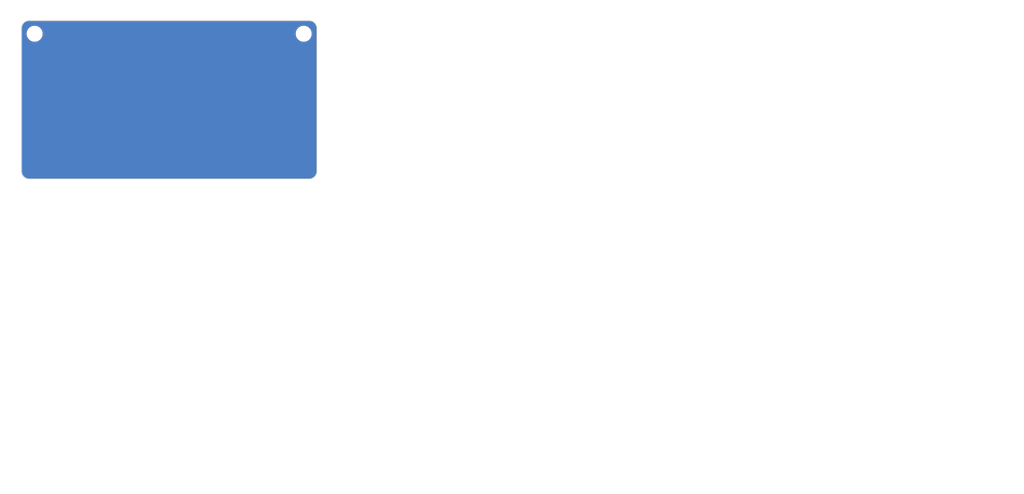
<source format=kicad_pcb>
(kicad_pcb (version 20221018) (generator pcbnew)
  (layers (0 "F.Cu" signal) (31 "B.Cu" signal) (34 "B.Paste" user) (35 "F.Paste" user) (36 "B.SilkS" user "B.Silkscreen") (37 "F.SilkS" user "F.Silkscreen") (38 "B.Mask" user) (39 "F.Mask" user) (44 "Edge.Cuts" user))
  (net 0 "")
  (footprint "MountingHole:MountingHole_2.2mm_M2" (layer "F.Cu") (at 85.775 31.2)
    (fp_text reference "H7" hide)
    (fp_text value "M2")
    (pad "" np_thru_hole circle locked (at 0 0) (size 2.2 2.2) (drill 2.2) (layers "*.Cu" "*.Mask"))
  )
  (footprint "MountingHole:MountingHole_2.2mm_M2" (layer "F.Cu") (at 40.661 31.2)
    (fp_text reference "H6" hide)
    (fp_text value "M2")
    (pad "" np_thru_hole circle locked (at 0 0) (size 2.2 2.2) (drill 2.2) (layers "*.Cu" "*.Mask"))
  )
  (footprint "DreaM117er-keebLibrary:Trackpad_Cirque_TM040040" (layer "F.Cu") (at 63.218 80.443 -90)
    (fp_text reference "H5" hide)
    (fp_text value "TM040040")
  )
  (gr_line (start 86.705 29) (end 39.731 29) (stroke (width 0.12)) (layer "Edge.Cuts"))
  (gr_arc locked (start 39.731 55.536) (mid 38.832974 55.164026) (end 38.461 54.266) (stroke (width 0.12)) (layer "Edge.Cuts"))
  (gr_arc locked (start 38.461 30.27) (mid 38.832974 29.371974) (end 39.731 29) (stroke (width 0.12)) (layer "Edge.Cuts"))
  (gr_line (start 87.975 54.266) (end 87.975 30.27) (stroke (width 0.12)) (layer "Edge.Cuts"))
  (gr_line (start 86.705 55.536) (end 39.731 55.536) (stroke (width 0.12)) (layer "Edge.Cuts"))
  (gr_line (start 38.461 30.27) (end 38.461 54.266) (stroke (width 0.12)) (layer "Edge.Cuts"))
  (gr_arc locked (start 87.975 54.266) (mid 87.603026 55.164026) (end 86.705 55.536) (stroke (width 0.12)) (layer "Edge.Cuts"))
  (gr_arc locked (start 86.705 29) (mid 87.603026 29.371974) (end 87.975 30.27) (stroke (width 0.12)) (layer "Edge.Cuts"))
  (zone (net 0) (net_name "") (layers "F&B.Cu") (connect_pads (clearance 0.5)) (min_thickness 0.25) (fill yes (thermal_gap 0.5) (thermal_bridge_width 0.5))
    (polygon (pts (xy 34.85 25.54) (xy 34.85 108.17) (xy 206.22 108.4) (xy 206.56 25.66)))
  )
)
</source>
